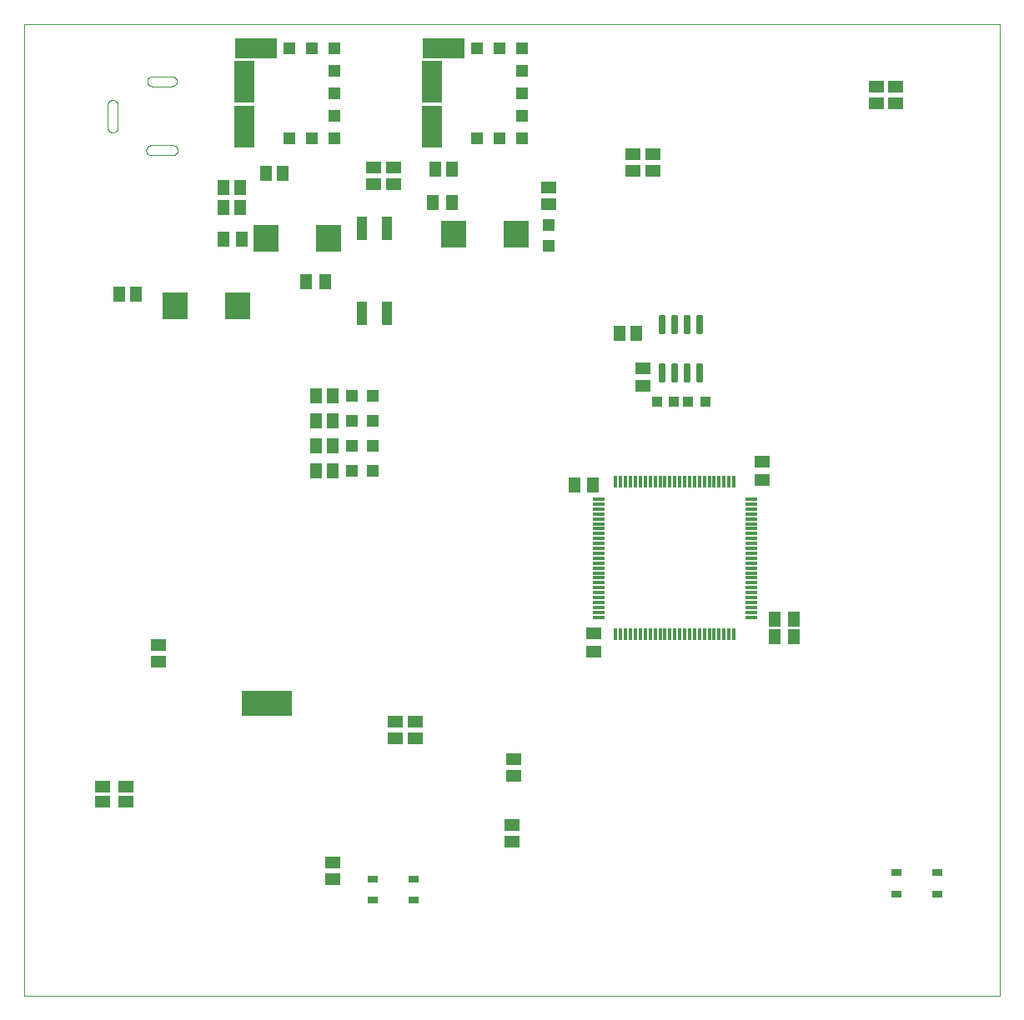
<source format=gtp>
G04 EAGLE Gerber X2 export*
%TF.Part,Single*%
%TF.FileFunction,Other,Solder paste top*%
%TF.FilePolarity,Positive*%
%TF.GenerationSoftware,Autodesk,EAGLE,9.2.1*%
%TF.CreationDate,2019-04-01T06:43:25Z*%
G75*
%MOMM*%
%FSLAX34Y34*%
%LPD*%
%INSolder paste top*%
%IPPOS*%
%AMOC8*
5,1,8,0,0,1.08239X$1,22.5*%
G01*
%ADD10C,0.000000*%
%ADD11R,1.270000X1.270000*%
%ADD12R,2.030000X4.320000*%
%ADD13R,4.320000X2.030000*%
%ADD14R,1.500000X1.300000*%
%ADD15R,1.300000X1.500000*%
%ADD16R,1.130000X2.440000*%
%ADD17R,1.200000X1.200000*%
%ADD18C,0.300000*%
%ADD19R,5.080000X2.540000*%
%ADD20R,2.550000X2.700000*%
%ADD21R,0.300000X1.200000*%
%ADD22R,1.200000X0.300000*%
%ADD23R,1.100000X1.000000*%
%ADD24R,1.600200X1.168400*%
%ADD25R,1.050000X0.650000*%


D10*
X0Y12700D02*
X990400Y12700D01*
X990400Y1000000D01*
X0Y1000000D01*
X0Y12700D01*
D11*
X269200Y883900D03*
D12*
X223500Y895300D03*
X223500Y941100D03*
D13*
X234900Y975400D03*
D11*
X269200Y975400D03*
X315000Y975400D03*
X315000Y929700D03*
X315000Y906800D03*
X315000Y883900D03*
X292100Y883900D03*
X292100Y975400D03*
X315000Y952500D03*
X459700Y883900D03*
D12*
X414000Y895300D03*
X414000Y941100D03*
D13*
X425400Y975400D03*
D11*
X459700Y975400D03*
X505500Y975400D03*
X505500Y929700D03*
X505500Y906800D03*
X505500Y883900D03*
X482600Y883900D03*
X482600Y975400D03*
X505500Y952500D03*
D14*
X374904Y854066D03*
X374904Y837066D03*
D15*
X433950Y852170D03*
X416950Y852170D03*
X201812Y834136D03*
X218812Y834136D03*
X245500Y848614D03*
X262500Y848614D03*
X621275Y685800D03*
X604275Y685800D03*
D14*
X628396Y649723D03*
X628396Y632723D03*
D15*
X313300Y546100D03*
X296300Y546100D03*
X313300Y571500D03*
X296300Y571500D03*
X313300Y596900D03*
X296300Y596900D03*
X313300Y622300D03*
X296300Y622300D03*
D14*
X135890Y352180D03*
X135890Y369180D03*
D15*
X113275Y725488D03*
X96275Y725488D03*
D14*
X354330Y837066D03*
X354330Y854066D03*
D15*
X218812Y813562D03*
X201812Y813562D03*
D16*
X368300Y792300D03*
X342900Y792300D03*
X342900Y706300D03*
X368300Y706300D03*
D17*
X353400Y546100D03*
X332400Y546100D03*
X353400Y571500D03*
X332400Y571500D03*
X353400Y596900D03*
X332400Y596900D03*
X353400Y622300D03*
X332400Y622300D03*
D18*
X649200Y637275D02*
X649200Y653375D01*
X649200Y637275D02*
X646200Y637275D01*
X646200Y653375D01*
X649200Y653375D01*
X649200Y640125D02*
X646200Y640125D01*
X646200Y642975D02*
X649200Y642975D01*
X649200Y645825D02*
X646200Y645825D01*
X646200Y648675D02*
X649200Y648675D01*
X649200Y651525D02*
X646200Y651525D01*
X661900Y653375D02*
X661900Y637275D01*
X658900Y637275D01*
X658900Y653375D01*
X661900Y653375D01*
X661900Y640125D02*
X658900Y640125D01*
X658900Y642975D02*
X661900Y642975D01*
X661900Y645825D02*
X658900Y645825D01*
X658900Y648675D02*
X661900Y648675D01*
X661900Y651525D02*
X658900Y651525D01*
X674600Y653375D02*
X674600Y637275D01*
X671600Y637275D01*
X671600Y653375D01*
X674600Y653375D01*
X674600Y640125D02*
X671600Y640125D01*
X671600Y642975D02*
X674600Y642975D01*
X674600Y645825D02*
X671600Y645825D01*
X671600Y648675D02*
X674600Y648675D01*
X674600Y651525D02*
X671600Y651525D01*
X687300Y653375D02*
X687300Y637275D01*
X684300Y637275D01*
X684300Y653375D01*
X687300Y653375D01*
X687300Y640125D02*
X684300Y640125D01*
X684300Y642975D02*
X687300Y642975D01*
X687300Y645825D02*
X684300Y645825D01*
X684300Y648675D02*
X687300Y648675D01*
X687300Y651525D02*
X684300Y651525D01*
X687300Y686475D02*
X687300Y702575D01*
X687300Y686475D02*
X684300Y686475D01*
X684300Y702575D01*
X687300Y702575D01*
X687300Y689325D02*
X684300Y689325D01*
X684300Y692175D02*
X687300Y692175D01*
X687300Y695025D02*
X684300Y695025D01*
X684300Y697875D02*
X687300Y697875D01*
X687300Y700725D02*
X684300Y700725D01*
X674600Y702575D02*
X674600Y686475D01*
X671600Y686475D01*
X671600Y702575D01*
X674600Y702575D01*
X674600Y689325D02*
X671600Y689325D01*
X671600Y692175D02*
X674600Y692175D01*
X674600Y695025D02*
X671600Y695025D01*
X671600Y697875D02*
X674600Y697875D01*
X674600Y700725D02*
X671600Y700725D01*
X661900Y702575D02*
X661900Y686475D01*
X658900Y686475D01*
X658900Y702575D01*
X661900Y702575D01*
X661900Y689325D02*
X658900Y689325D01*
X658900Y692175D02*
X661900Y692175D01*
X661900Y695025D02*
X658900Y695025D01*
X658900Y697875D02*
X661900Y697875D01*
X661900Y700725D02*
X658900Y700725D01*
X649200Y702575D02*
X649200Y686475D01*
X646200Y686475D01*
X646200Y702575D01*
X649200Y702575D01*
X649200Y689325D02*
X646200Y689325D01*
X646200Y692175D02*
X649200Y692175D01*
X649200Y695025D02*
X646200Y695025D01*
X646200Y697875D02*
X649200Y697875D01*
X649200Y700725D02*
X646200Y700725D01*
D10*
X149700Y936700D02*
X149840Y936702D01*
X149980Y936708D01*
X150120Y936718D01*
X150260Y936731D01*
X150399Y936749D01*
X150538Y936771D01*
X150675Y936796D01*
X150813Y936825D01*
X150949Y936858D01*
X151084Y936895D01*
X151218Y936936D01*
X151351Y936981D01*
X151483Y937029D01*
X151613Y937081D01*
X151742Y937136D01*
X151869Y937195D01*
X151995Y937258D01*
X152119Y937324D01*
X152240Y937393D01*
X152360Y937466D01*
X152478Y937543D01*
X152593Y937622D01*
X152707Y937705D01*
X152817Y937791D01*
X152926Y937880D01*
X153032Y937972D01*
X153135Y938067D01*
X153236Y938164D01*
X153333Y938265D01*
X153428Y938368D01*
X153520Y938474D01*
X153609Y938583D01*
X153695Y938693D01*
X153778Y938807D01*
X153857Y938922D01*
X153934Y939040D01*
X154007Y939160D01*
X154076Y939281D01*
X154142Y939405D01*
X154205Y939531D01*
X154264Y939658D01*
X154319Y939787D01*
X154371Y939917D01*
X154419Y940049D01*
X154464Y940182D01*
X154505Y940316D01*
X154542Y940451D01*
X154575Y940587D01*
X154604Y940725D01*
X154629Y940862D01*
X154651Y941001D01*
X154669Y941140D01*
X154682Y941280D01*
X154692Y941420D01*
X154698Y941560D01*
X154700Y941700D01*
X154698Y941840D01*
X154692Y941980D01*
X154682Y942120D01*
X154669Y942260D01*
X154651Y942399D01*
X154629Y942538D01*
X154604Y942675D01*
X154575Y942813D01*
X154542Y942949D01*
X154505Y943084D01*
X154464Y943218D01*
X154419Y943351D01*
X154371Y943483D01*
X154319Y943613D01*
X154264Y943742D01*
X154205Y943869D01*
X154142Y943995D01*
X154076Y944119D01*
X154007Y944240D01*
X153934Y944360D01*
X153857Y944478D01*
X153778Y944593D01*
X153695Y944707D01*
X153609Y944817D01*
X153520Y944926D01*
X153428Y945032D01*
X153333Y945135D01*
X153236Y945236D01*
X153135Y945333D01*
X153032Y945428D01*
X152926Y945520D01*
X152817Y945609D01*
X152707Y945695D01*
X152593Y945778D01*
X152478Y945857D01*
X152360Y945934D01*
X152240Y946007D01*
X152119Y946076D01*
X151995Y946142D01*
X151869Y946205D01*
X151742Y946264D01*
X151613Y946319D01*
X151483Y946371D01*
X151351Y946419D01*
X151218Y946464D01*
X151084Y946505D01*
X150949Y946542D01*
X150813Y946575D01*
X150675Y946604D01*
X150538Y946629D01*
X150399Y946651D01*
X150260Y946669D01*
X150120Y946682D01*
X149980Y946692D01*
X149840Y946698D01*
X149700Y946700D01*
X129700Y946700D02*
X129560Y946698D01*
X129420Y946692D01*
X129280Y946682D01*
X129140Y946669D01*
X129001Y946651D01*
X128862Y946629D01*
X128725Y946604D01*
X128587Y946575D01*
X128451Y946542D01*
X128316Y946505D01*
X128182Y946464D01*
X128049Y946419D01*
X127917Y946371D01*
X127787Y946319D01*
X127658Y946264D01*
X127531Y946205D01*
X127405Y946142D01*
X127281Y946076D01*
X127160Y946007D01*
X127040Y945934D01*
X126922Y945857D01*
X126807Y945778D01*
X126693Y945695D01*
X126583Y945609D01*
X126474Y945520D01*
X126368Y945428D01*
X126265Y945333D01*
X126164Y945236D01*
X126067Y945135D01*
X125972Y945032D01*
X125880Y944926D01*
X125791Y944817D01*
X125705Y944707D01*
X125622Y944593D01*
X125543Y944478D01*
X125466Y944360D01*
X125393Y944240D01*
X125324Y944119D01*
X125258Y943995D01*
X125195Y943869D01*
X125136Y943742D01*
X125081Y943613D01*
X125029Y943483D01*
X124981Y943351D01*
X124936Y943218D01*
X124895Y943084D01*
X124858Y942949D01*
X124825Y942813D01*
X124796Y942675D01*
X124771Y942538D01*
X124749Y942399D01*
X124731Y942260D01*
X124718Y942120D01*
X124708Y941980D01*
X124702Y941840D01*
X124700Y941700D01*
X124702Y941560D01*
X124708Y941420D01*
X124718Y941280D01*
X124731Y941140D01*
X124749Y941001D01*
X124771Y940862D01*
X124796Y940725D01*
X124825Y940587D01*
X124858Y940451D01*
X124895Y940316D01*
X124936Y940182D01*
X124981Y940049D01*
X125029Y939917D01*
X125081Y939787D01*
X125136Y939658D01*
X125195Y939531D01*
X125258Y939405D01*
X125324Y939281D01*
X125393Y939160D01*
X125466Y939040D01*
X125543Y938922D01*
X125622Y938807D01*
X125705Y938693D01*
X125791Y938583D01*
X125880Y938474D01*
X125972Y938368D01*
X126067Y938265D01*
X126164Y938164D01*
X126265Y938067D01*
X126368Y937972D01*
X126474Y937880D01*
X126583Y937791D01*
X126693Y937705D01*
X126807Y937622D01*
X126922Y937543D01*
X127040Y937466D01*
X127160Y937393D01*
X127281Y937324D01*
X127405Y937258D01*
X127531Y937195D01*
X127658Y937136D01*
X127787Y937081D01*
X127917Y937029D01*
X128049Y936981D01*
X128182Y936936D01*
X128316Y936895D01*
X128451Y936858D01*
X128587Y936825D01*
X128725Y936796D01*
X128862Y936771D01*
X129001Y936749D01*
X129140Y936731D01*
X129280Y936718D01*
X129420Y936708D01*
X129560Y936702D01*
X129700Y936700D01*
X149700Y936700D01*
X149700Y946700D02*
X129700Y946700D01*
X94700Y894700D02*
X94698Y894560D01*
X94692Y894420D01*
X94682Y894280D01*
X94669Y894140D01*
X94651Y894001D01*
X94629Y893862D01*
X94604Y893725D01*
X94575Y893587D01*
X94542Y893451D01*
X94505Y893316D01*
X94464Y893182D01*
X94419Y893049D01*
X94371Y892917D01*
X94319Y892787D01*
X94264Y892658D01*
X94205Y892531D01*
X94142Y892405D01*
X94076Y892281D01*
X94007Y892160D01*
X93934Y892040D01*
X93857Y891922D01*
X93778Y891807D01*
X93695Y891693D01*
X93609Y891583D01*
X93520Y891474D01*
X93428Y891368D01*
X93333Y891265D01*
X93236Y891164D01*
X93135Y891067D01*
X93032Y890972D01*
X92926Y890880D01*
X92817Y890791D01*
X92707Y890705D01*
X92593Y890622D01*
X92478Y890543D01*
X92360Y890466D01*
X92240Y890393D01*
X92119Y890324D01*
X91995Y890258D01*
X91869Y890195D01*
X91742Y890136D01*
X91613Y890081D01*
X91483Y890029D01*
X91351Y889981D01*
X91218Y889936D01*
X91084Y889895D01*
X90949Y889858D01*
X90813Y889825D01*
X90675Y889796D01*
X90538Y889771D01*
X90399Y889749D01*
X90260Y889731D01*
X90120Y889718D01*
X89980Y889708D01*
X89840Y889702D01*
X89700Y889700D01*
X89560Y889702D01*
X89420Y889708D01*
X89280Y889718D01*
X89140Y889731D01*
X89001Y889749D01*
X88862Y889771D01*
X88725Y889796D01*
X88587Y889825D01*
X88451Y889858D01*
X88316Y889895D01*
X88182Y889936D01*
X88049Y889981D01*
X87917Y890029D01*
X87787Y890081D01*
X87658Y890136D01*
X87531Y890195D01*
X87405Y890258D01*
X87281Y890324D01*
X87160Y890393D01*
X87040Y890466D01*
X86922Y890543D01*
X86807Y890622D01*
X86693Y890705D01*
X86583Y890791D01*
X86474Y890880D01*
X86368Y890972D01*
X86265Y891067D01*
X86164Y891164D01*
X86067Y891265D01*
X85972Y891368D01*
X85880Y891474D01*
X85791Y891583D01*
X85705Y891693D01*
X85622Y891807D01*
X85543Y891922D01*
X85466Y892040D01*
X85393Y892160D01*
X85324Y892281D01*
X85258Y892405D01*
X85195Y892531D01*
X85136Y892658D01*
X85081Y892787D01*
X85029Y892917D01*
X84981Y893049D01*
X84936Y893182D01*
X84895Y893316D01*
X84858Y893451D01*
X84825Y893587D01*
X84796Y893725D01*
X84771Y893862D01*
X84749Y894001D01*
X84731Y894140D01*
X84718Y894280D01*
X84708Y894420D01*
X84702Y894560D01*
X84700Y894700D01*
X84700Y917700D02*
X84702Y917840D01*
X84708Y917980D01*
X84718Y918120D01*
X84731Y918260D01*
X84749Y918399D01*
X84771Y918538D01*
X84796Y918675D01*
X84825Y918813D01*
X84858Y918949D01*
X84895Y919084D01*
X84936Y919218D01*
X84981Y919351D01*
X85029Y919483D01*
X85081Y919613D01*
X85136Y919742D01*
X85195Y919869D01*
X85258Y919995D01*
X85324Y920119D01*
X85393Y920240D01*
X85466Y920360D01*
X85543Y920478D01*
X85622Y920593D01*
X85705Y920707D01*
X85791Y920817D01*
X85880Y920926D01*
X85972Y921032D01*
X86067Y921135D01*
X86164Y921236D01*
X86265Y921333D01*
X86368Y921428D01*
X86474Y921520D01*
X86583Y921609D01*
X86693Y921695D01*
X86807Y921778D01*
X86922Y921857D01*
X87040Y921934D01*
X87160Y922007D01*
X87281Y922076D01*
X87405Y922142D01*
X87531Y922205D01*
X87658Y922264D01*
X87787Y922319D01*
X87917Y922371D01*
X88049Y922419D01*
X88182Y922464D01*
X88316Y922505D01*
X88451Y922542D01*
X88587Y922575D01*
X88725Y922604D01*
X88862Y922629D01*
X89001Y922651D01*
X89140Y922669D01*
X89280Y922682D01*
X89420Y922692D01*
X89560Y922698D01*
X89700Y922700D01*
X89840Y922698D01*
X89980Y922692D01*
X90120Y922682D01*
X90260Y922669D01*
X90399Y922651D01*
X90538Y922629D01*
X90675Y922604D01*
X90813Y922575D01*
X90949Y922542D01*
X91084Y922505D01*
X91218Y922464D01*
X91351Y922419D01*
X91483Y922371D01*
X91613Y922319D01*
X91742Y922264D01*
X91869Y922205D01*
X91995Y922142D01*
X92119Y922076D01*
X92240Y922007D01*
X92360Y921934D01*
X92478Y921857D01*
X92593Y921778D01*
X92707Y921695D01*
X92817Y921609D01*
X92926Y921520D01*
X93032Y921428D01*
X93135Y921333D01*
X93236Y921236D01*
X93333Y921135D01*
X93428Y921032D01*
X93520Y920926D01*
X93609Y920817D01*
X93695Y920707D01*
X93778Y920593D01*
X93857Y920478D01*
X93934Y920360D01*
X94007Y920240D01*
X94076Y920119D01*
X94142Y919995D01*
X94205Y919869D01*
X94264Y919742D01*
X94319Y919613D01*
X94371Y919483D01*
X94419Y919351D01*
X94464Y919218D01*
X94505Y919084D01*
X94542Y918949D01*
X94575Y918813D01*
X94604Y918675D01*
X94629Y918538D01*
X94651Y918399D01*
X94669Y918260D01*
X94682Y918120D01*
X94692Y917980D01*
X94698Y917840D01*
X94700Y917700D01*
X84700Y917700D02*
X84700Y894700D01*
X94700Y894700D02*
X94700Y917700D01*
X150700Y876700D02*
X150840Y876698D01*
X150980Y876692D01*
X151120Y876682D01*
X151260Y876669D01*
X151399Y876651D01*
X151538Y876629D01*
X151675Y876604D01*
X151813Y876575D01*
X151949Y876542D01*
X152084Y876505D01*
X152218Y876464D01*
X152351Y876419D01*
X152483Y876371D01*
X152613Y876319D01*
X152742Y876264D01*
X152869Y876205D01*
X152995Y876142D01*
X153119Y876076D01*
X153240Y876007D01*
X153360Y875934D01*
X153478Y875857D01*
X153593Y875778D01*
X153707Y875695D01*
X153817Y875609D01*
X153926Y875520D01*
X154032Y875428D01*
X154135Y875333D01*
X154236Y875236D01*
X154333Y875135D01*
X154428Y875032D01*
X154520Y874926D01*
X154609Y874817D01*
X154695Y874707D01*
X154778Y874593D01*
X154857Y874478D01*
X154934Y874360D01*
X155007Y874240D01*
X155076Y874119D01*
X155142Y873995D01*
X155205Y873869D01*
X155264Y873742D01*
X155319Y873613D01*
X155371Y873483D01*
X155419Y873351D01*
X155464Y873218D01*
X155505Y873084D01*
X155542Y872949D01*
X155575Y872813D01*
X155604Y872675D01*
X155629Y872538D01*
X155651Y872399D01*
X155669Y872260D01*
X155682Y872120D01*
X155692Y871980D01*
X155698Y871840D01*
X155700Y871700D01*
X155698Y871560D01*
X155692Y871420D01*
X155682Y871280D01*
X155669Y871140D01*
X155651Y871001D01*
X155629Y870862D01*
X155604Y870725D01*
X155575Y870587D01*
X155542Y870451D01*
X155505Y870316D01*
X155464Y870182D01*
X155419Y870049D01*
X155371Y869917D01*
X155319Y869787D01*
X155264Y869658D01*
X155205Y869531D01*
X155142Y869405D01*
X155076Y869281D01*
X155007Y869160D01*
X154934Y869040D01*
X154857Y868922D01*
X154778Y868807D01*
X154695Y868693D01*
X154609Y868583D01*
X154520Y868474D01*
X154428Y868368D01*
X154333Y868265D01*
X154236Y868164D01*
X154135Y868067D01*
X154032Y867972D01*
X153926Y867880D01*
X153817Y867791D01*
X153707Y867705D01*
X153593Y867622D01*
X153478Y867543D01*
X153360Y867466D01*
X153240Y867393D01*
X153119Y867324D01*
X152995Y867258D01*
X152869Y867195D01*
X152742Y867136D01*
X152613Y867081D01*
X152483Y867029D01*
X152351Y866981D01*
X152218Y866936D01*
X152084Y866895D01*
X151949Y866858D01*
X151813Y866825D01*
X151675Y866796D01*
X151538Y866771D01*
X151399Y866749D01*
X151260Y866731D01*
X151120Y866718D01*
X150980Y866708D01*
X150840Y866702D01*
X150700Y866700D01*
X128700Y866700D02*
X128560Y866702D01*
X128420Y866708D01*
X128280Y866718D01*
X128140Y866731D01*
X128001Y866749D01*
X127862Y866771D01*
X127725Y866796D01*
X127587Y866825D01*
X127451Y866858D01*
X127316Y866895D01*
X127182Y866936D01*
X127049Y866981D01*
X126917Y867029D01*
X126787Y867081D01*
X126658Y867136D01*
X126531Y867195D01*
X126405Y867258D01*
X126281Y867324D01*
X126160Y867393D01*
X126040Y867466D01*
X125922Y867543D01*
X125807Y867622D01*
X125693Y867705D01*
X125583Y867791D01*
X125474Y867880D01*
X125368Y867972D01*
X125265Y868067D01*
X125164Y868164D01*
X125067Y868265D01*
X124972Y868368D01*
X124880Y868474D01*
X124791Y868583D01*
X124705Y868693D01*
X124622Y868807D01*
X124543Y868922D01*
X124466Y869040D01*
X124393Y869160D01*
X124324Y869281D01*
X124258Y869405D01*
X124195Y869531D01*
X124136Y869658D01*
X124081Y869787D01*
X124029Y869917D01*
X123981Y870049D01*
X123936Y870182D01*
X123895Y870316D01*
X123858Y870451D01*
X123825Y870587D01*
X123796Y870725D01*
X123771Y870862D01*
X123749Y871001D01*
X123731Y871140D01*
X123718Y871280D01*
X123708Y871420D01*
X123702Y871560D01*
X123700Y871700D01*
X123702Y871840D01*
X123708Y871980D01*
X123718Y872120D01*
X123731Y872260D01*
X123749Y872399D01*
X123771Y872538D01*
X123796Y872675D01*
X123825Y872813D01*
X123858Y872949D01*
X123895Y873084D01*
X123936Y873218D01*
X123981Y873351D01*
X124029Y873483D01*
X124081Y873613D01*
X124136Y873742D01*
X124195Y873869D01*
X124258Y873995D01*
X124324Y874119D01*
X124393Y874240D01*
X124466Y874360D01*
X124543Y874478D01*
X124622Y874593D01*
X124705Y874707D01*
X124791Y874817D01*
X124880Y874926D01*
X124972Y875032D01*
X125067Y875135D01*
X125164Y875236D01*
X125265Y875333D01*
X125368Y875428D01*
X125474Y875520D01*
X125583Y875609D01*
X125693Y875695D01*
X125807Y875778D01*
X125922Y875857D01*
X126040Y875934D01*
X126160Y876007D01*
X126281Y876076D01*
X126405Y876142D01*
X126531Y876205D01*
X126658Y876264D01*
X126787Y876319D01*
X126917Y876371D01*
X127049Y876419D01*
X127182Y876464D01*
X127316Y876505D01*
X127451Y876542D01*
X127587Y876575D01*
X127725Y876604D01*
X127862Y876629D01*
X128001Y876651D01*
X128140Y876669D01*
X128280Y876682D01*
X128420Y876692D01*
X128560Y876698D01*
X128700Y876700D01*
X150700Y876700D01*
X150700Y866700D02*
X128700Y866700D01*
D19*
X246063Y309563D03*
D17*
X532384Y795360D03*
X532384Y774360D03*
D14*
X532384Y834254D03*
X532384Y817254D03*
D20*
X152718Y713486D03*
X216218Y713486D03*
D15*
X201828Y781114D03*
X220828Y781114D03*
D20*
X435864Y786003D03*
X499364Y786003D03*
D15*
X433934Y818642D03*
X414934Y818642D03*
D20*
X245047Y782003D03*
X308547Y782003D03*
D15*
X286093Y738442D03*
X305093Y738442D03*
D21*
X720400Y534700D03*
X715400Y534700D03*
X710400Y534700D03*
X705400Y534700D03*
X700400Y534700D03*
X695400Y534700D03*
X690400Y534700D03*
X685400Y534700D03*
X680400Y534700D03*
X675400Y534700D03*
X670400Y534700D03*
X665400Y534700D03*
X660400Y534700D03*
X655400Y534700D03*
X650400Y534700D03*
X645400Y534700D03*
X640400Y534700D03*
X635400Y534700D03*
X630400Y534700D03*
X625400Y534700D03*
X620400Y534700D03*
X615400Y534700D03*
X610400Y534700D03*
X605400Y534700D03*
X600400Y534700D03*
D22*
X582900Y517200D03*
X582900Y512200D03*
X582900Y507200D03*
X582900Y502200D03*
X582900Y497200D03*
X582900Y492200D03*
X582900Y487200D03*
X582900Y482200D03*
X582900Y477200D03*
X582900Y472200D03*
X582900Y467200D03*
X582900Y462200D03*
X582900Y457200D03*
X582900Y452200D03*
X582900Y447200D03*
X582900Y442200D03*
X582900Y437200D03*
X582900Y432200D03*
X582900Y427200D03*
X582900Y422200D03*
X582900Y417200D03*
X582900Y412200D03*
X582900Y407200D03*
X582900Y402200D03*
X582900Y397200D03*
D21*
X600400Y379700D03*
X605400Y379700D03*
X610400Y379700D03*
X615400Y379700D03*
X620400Y379700D03*
X625400Y379700D03*
X630400Y379700D03*
X635400Y379700D03*
X640400Y379700D03*
X645400Y379700D03*
X650400Y379700D03*
X655400Y379700D03*
X660400Y379700D03*
X665400Y379700D03*
X670400Y379700D03*
X675400Y379700D03*
X680400Y379700D03*
X685400Y379700D03*
X690400Y379700D03*
X695400Y379700D03*
X700400Y379700D03*
X705400Y379700D03*
X710400Y379700D03*
X715400Y379700D03*
X720400Y379700D03*
D22*
X737900Y397200D03*
X737900Y402200D03*
X737900Y407200D03*
X737900Y412200D03*
X737900Y417200D03*
X737900Y422200D03*
X737900Y427200D03*
X737900Y432200D03*
X737900Y437200D03*
X737900Y442200D03*
X737900Y447200D03*
X737900Y452200D03*
X737900Y457200D03*
X737900Y462200D03*
X737900Y467200D03*
X737900Y472200D03*
X737900Y477200D03*
X737900Y482200D03*
X737900Y487200D03*
X737900Y492200D03*
X737900Y497200D03*
X737900Y502200D03*
X737900Y507200D03*
X737900Y512200D03*
X737900Y517200D03*
D15*
X558444Y531495D03*
X577444Y531495D03*
D14*
X749300Y555600D03*
X749300Y536600D03*
X577850Y361975D03*
X577850Y380975D03*
D15*
X781025Y395288D03*
X762025Y395288D03*
D14*
X495300Y186300D03*
X495300Y169300D03*
X496888Y252975D03*
X496888Y235975D03*
X617728Y851036D03*
X617728Y868036D03*
X638048Y868036D03*
X638048Y851036D03*
X884428Y919299D03*
X884428Y936299D03*
X865061Y936299D03*
X865061Y919299D03*
D15*
X762025Y377825D03*
X781025Y377825D03*
D23*
X674125Y615950D03*
X691125Y615950D03*
X659375Y615950D03*
X642375Y615950D03*
D24*
X103188Y209868D03*
X103188Y225108D03*
X79375Y209868D03*
X79375Y225108D03*
D14*
X312738Y131200D03*
X312738Y148200D03*
D25*
X395400Y109900D03*
X395400Y131400D03*
X353900Y109900D03*
X353900Y131400D03*
X927213Y116250D03*
X927213Y137750D03*
X885713Y116250D03*
X885713Y137750D03*
D14*
X396875Y291075D03*
X396875Y274075D03*
X376238Y291075D03*
X376238Y274075D03*
M02*

</source>
